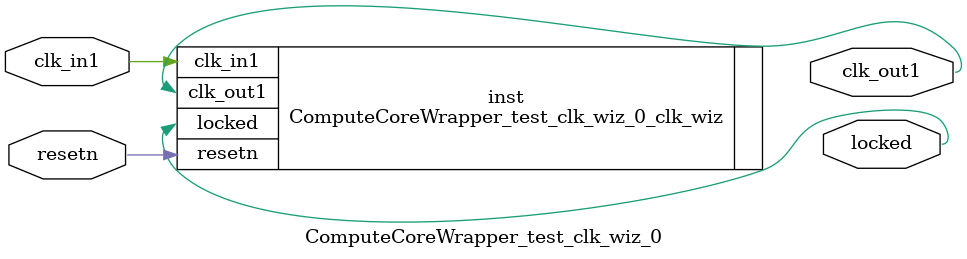
<source format=v>


`timescale 1ps/1ps

(* CORE_GENERATION_INFO = "ComputeCoreWrapper_test_clk_wiz_0,clk_wiz_v6_0_3_0_0,{component_name=ComputeCoreWrapper_test_clk_wiz_0,use_phase_alignment=true,use_min_o_jitter=false,use_max_i_jitter=false,use_dyn_phase_shift=false,use_inclk_switchover=false,use_dyn_reconfig=false,enable_axi=0,feedback_source=FDBK_AUTO,PRIMITIVE=MMCM,num_out_clk=1,clkin1_period=10.000,clkin2_period=10.000,use_power_down=false,use_reset=true,use_locked=true,use_inclk_stopped=false,feedback_type=SINGLE,CLOCK_MGR_TYPE=NA,manual_override=false}" *)

module ComputeCoreWrapper_test_clk_wiz_0 
 (
  // Clock out ports
  output        clk_out1,
  // Status and control signals
  input         resetn,
  output        locked,
 // Clock in ports
  input         clk_in1
 );

  ComputeCoreWrapper_test_clk_wiz_0_clk_wiz inst
  (
  // Clock out ports  
  .clk_out1(clk_out1),
  // Status and control signals               
  .resetn(resetn), 
  .locked(locked),
 // Clock in ports
  .clk_in1(clk_in1)
  );

endmodule

</source>
